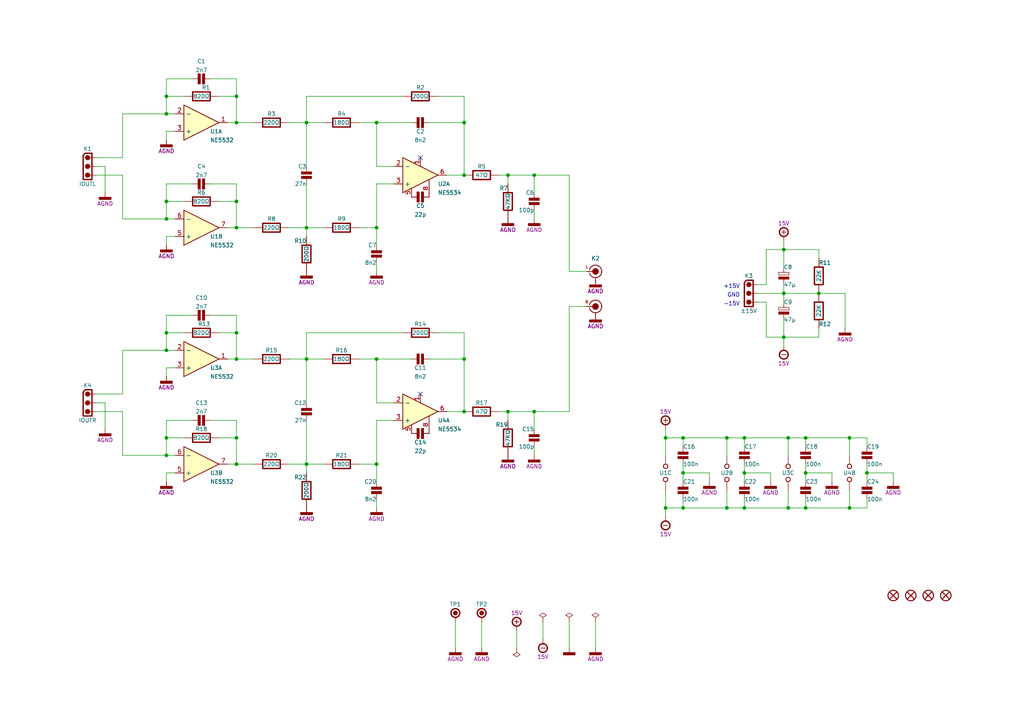
<source format=kicad_sch>
(kicad_sch (version 20211123) (generator eeschema)
  (paper "A4")
  (title_block (title "I/V Stage") (date "01/2023") (rev "A") (comment 1 "DAC PCM1794"))
  (junction (at 198.12 137.16))
  (junction (at 246.38 127))
  (junction (at 109.22 35.56))
  (junction (at 48.26 33.02))
  (junction (at 68.58 58.42))
  (junction (at 193.04 147.32))
  (junction (at 88.9 134.62))
  (junction (at 147.32 50.8))
  (junction (at 233.68 137.16))
  (junction (at 198.12 127))
  (junction (at 109.22 134.62))
  (junction (at 68.58 35.56))
  (junction (at 68.58 127))
  (junction (at 134.62 119.38))
  (junction (at 134.62 35.56))
  (junction (at 215.9 137.16))
  (junction (at 48.26 127))
  (junction (at 246.38 147.32))
  (junction (at 154.94 119.38))
  (junction (at 193.04 127))
  (junction (at 68.58 66.04))
  (junction (at 68.58 134.62))
  (junction (at 88.9 35.56))
  (junction (at 68.58 96.52))
  (junction (at 227.33 97.79))
  (junction (at 210.82 147.32))
  (junction (at 48.26 96.52))
  (junction (at 233.68 127))
  (junction (at 210.82 127))
  (junction (at 227.33 85.09))
  (junction (at 228.6 147.32))
  (junction (at 68.58 27.94))
  (junction (at 48.26 132.08))
  (junction (at 198.12 147.32))
  (junction (at 88.9 66.04))
  (junction (at 48.26 63.5))
  (junction (at 215.9 127))
  (junction (at 228.6 127))
  (junction (at 134.62 104.14))
  (junction (at 251.46 137.16))
  (junction (at 109.22 104.14))
  (junction (at 233.68 147.32))
  (junction (at 134.62 50.8))
  (junction (at 237.49 85.09))
  (junction (at 88.9 104.14))
  (junction (at 154.94 50.8))
  (junction (at 109.22 66.04))
  (junction (at 48.26 101.6))
  (junction (at 227.33 72.39))
  (junction (at 147.32 119.38))
  (junction (at 48.26 58.42))
  (junction (at 68.58 104.14))
  (junction (at 48.26 27.94))
  (junction (at 215.9 147.32))
  (no_connect (at 121.92 45.72))
  (no_connect (at 121.92 114.3))
  (wire (pts (xy 222.25 72.39) (xy 222.25 82.55)))
  (wire (pts (xy 88.9 104.14) (xy 93.98 104.14)))
  (wire (pts (xy 104.14 134.62) (xy 109.22 134.62)))
  (wire (pts (xy 210.82 127) (xy 215.9 127)))
  (wire (pts (xy 53.34 96.52) (xy 48.26 96.52)))
  (wire (pts (xy 109.22 104.14) (xy 109.22 116.84)))
  (wire (pts (xy 222.25 72.39) (xy 227.33 72.39)))
  (wire (pts (xy 88.9 96.52) (xy 88.9 104.14)))
  (wire (pts (xy 53.34 27.94) (xy 48.26 27.94)))
  (wire (pts (xy 66.04 104.14) (xy 68.58 104.14)))
  (wire (pts (xy 127 96.52) (xy 134.62 96.52)))
  (wire (pts (xy 35.56 33.02) (xy 35.56 45.72)))
  (wire (pts (xy 246.38 147.32) (xy 233.68 147.32)))
  (wire (pts (xy 88.9 35.56) (xy 88.9 48.26)))
  (wire (pts (xy 109.22 35.56) (xy 119.38 35.56)))
  (wire (pts (xy 157.48 180.34) (xy 157.48 185.42)))
  (wire (pts (xy 109.22 48.26) (xy 114.3 48.26)))
  (wire (pts (xy 233.68 147.32) (xy 228.6 147.32)))
  (wire (pts (xy 63.5 127) (xy 68.58 127)))
  (wire (pts (xy 109.22 116.84) (xy 114.3 116.84)))
  (wire (pts (xy 48.26 137.16) (xy 48.26 139.7)))
  (wire (pts (xy 227.33 72.39) (xy 227.33 77.47)))
  (wire (pts (xy 134.62 119.38) (xy 134.62 104.14)))
  (wire (pts (xy 165.1 88.9) (xy 165.1 119.38)))
  (wire (pts (xy 55.88 22.86) (xy 48.26 22.86)))
  (wire (pts (xy 154.94 124.46) (xy 154.94 119.38)))
  (wire (pts (xy 198.12 127) (xy 193.04 127)))
  (wire (pts (xy 48.26 96.52) (xy 48.26 101.6)))
  (wire (pts (xy 144.78 119.38) (xy 147.32 119.38)))
  (wire (pts (xy 165.1 50.8) (xy 165.1 78.74)))
  (wire (pts (xy 228.6 147.32) (xy 215.9 147.32)))
  (wire (pts (xy 109.22 35.56) (xy 109.22 48.26)))
  (wire (pts (xy 154.94 55.88) (xy 154.94 50.8)))
  (wire (pts (xy 227.33 85.09) (xy 237.49 85.09)))
  (wire (pts (xy 88.9 53.34) (xy 88.9 66.04)))
  (wire (pts (xy 68.58 27.94) (xy 68.58 35.56)))
  (wire (pts (xy 88.9 27.94) (xy 88.9 35.56)))
  (wire (pts (xy 68.58 58.42) (xy 68.58 66.04)))
  (wire (pts (xy 233.68 134.62) (xy 233.68 137.16)))
  (wire (pts (xy 88.9 134.62) (xy 88.9 137.16)))
  (wire (pts (xy 223.52 139.7) (xy 223.52 137.16)))
  (wire (pts (xy 109.22 134.62) (xy 109.22 139.7)))
  (wire (pts (xy 48.26 22.86) (xy 48.26 27.94)))
  (wire (pts (xy 50.8 132.08) (xy 48.26 132.08)))
  (wire (pts (xy 147.32 119.38) (xy 147.32 121.92)))
  (wire (pts (xy 165.1 50.8) (xy 154.94 50.8)))
  (wire (pts (xy 50.8 63.5) (xy 48.26 63.5)))
  (wire (pts (xy 68.58 66.04) (xy 73.66 66.04)))
  (wire (pts (xy 48.26 58.42) (xy 53.34 58.42)))
  (wire (pts (xy 251.46 144.78) (xy 251.46 147.32)))
  (wire (pts (xy 48.26 121.92) (xy 48.26 127)))
  (wire (pts (xy 35.56 63.5) (xy 35.56 50.8)))
  (wire (pts (xy 246.38 127) (xy 251.46 127)))
  (wire (pts (xy 251.46 137.16) (xy 251.46 139.7)))
  (wire (pts (xy 219.71 82.55) (xy 222.25 82.55)))
  (wire (pts (xy 60.96 121.92) (xy 68.58 121.92)))
  (wire (pts (xy 83.82 66.04) (xy 88.9 66.04)))
  (wire (pts (xy 109.22 121.92) (xy 109.22 134.62)))
  (wire (pts (xy 210.82 127) (xy 210.82 132.08)))
  (wire (pts (xy 170.18 78.74) (xy 165.1 78.74)))
  (wire (pts (xy 193.04 149.86) (xy 193.04 147.32)))
  (wire (pts (xy 124.46 35.56) (xy 134.62 35.56)))
  (wire (pts (xy 215.9 129.54) (xy 215.9 127)))
  (wire (pts (xy 233.68 129.54) (xy 233.68 127)))
  (wire (pts (xy 251.46 134.62) (xy 251.46 137.16)))
  (wire (pts (xy 193.04 124.46) (xy 193.04 127)))
  (wire (pts (xy 134.62 96.52) (xy 134.62 104.14)))
  (wire (pts (xy 35.56 132.08) (xy 35.56 119.38)))
  (wire (pts (xy 227.33 69.85) (xy 227.33 72.39)))
  (wire (pts (xy 60.96 22.86) (xy 68.58 22.86)))
  (wire (pts (xy 215.9 137.16) (xy 215.9 139.7)))
  (wire (pts (xy 104.14 66.04) (xy 109.22 66.04)))
  (wire (pts (xy 104.14 104.14) (xy 109.22 104.14)))
  (wire (pts (xy 83.82 104.14) (xy 88.9 104.14)))
  (wire (pts (xy 227.33 87.63) (xy 227.33 85.09)))
  (wire (pts (xy 55.88 91.44) (xy 48.26 91.44)))
  (wire (pts (xy 83.82 35.56) (xy 88.9 35.56)))
  (wire (pts (xy 165.1 180.34) (xy 165.1 187.96)))
  (wire (pts (xy 63.5 58.42) (xy 68.58 58.42)))
  (wire (pts (xy 48.26 132.08) (xy 48.26 127)))
  (wire (pts (xy 48.26 53.34) (xy 48.26 58.42)))
  (wire (pts (xy 88.9 35.56) (xy 93.98 35.56)))
  (wire (pts (xy 68.58 53.34) (xy 68.58 58.42)))
  (wire (pts (xy 198.12 127) (xy 210.82 127)))
  (wire (pts (xy 193.04 127) (xy 193.04 132.08)))
  (wire (pts (xy 233.68 144.78) (xy 233.68 147.32)))
  (wire (pts (xy 227.33 97.79) (xy 237.49 97.79)))
  (wire (pts (xy 233.68 127) (xy 246.38 127)))
  (wire (pts (xy 147.32 50.8) (xy 147.32 53.34)))
  (wire (pts (xy 215.9 134.62) (xy 215.9 137.16)))
  (wire (pts (xy 48.26 33.02) (xy 50.8 33.02)))
  (wire (pts (xy 215.9 137.16) (xy 223.52 137.16)))
  (wire (pts (xy 154.94 119.38) (xy 165.1 119.38)))
  (wire (pts (xy 149.86 182.88) (xy 149.86 187.96)))
  (wire (pts (xy 35.56 33.02) (xy 48.26 33.02)))
  (wire (pts (xy 227.33 82.55) (xy 227.33 85.09)))
  (wire (pts (xy 55.88 121.92) (xy 48.26 121.92)))
  (wire (pts (xy 35.56 101.6) (xy 35.56 114.3)))
  (wire (pts (xy 50.8 106.68) (xy 48.26 106.68)))
  (wire (pts (xy 198.12 134.62) (xy 198.12 137.16)))
  (wire (pts (xy 227.33 92.71) (xy 227.33 97.79)))
  (wire (pts (xy 104.14 35.56) (xy 109.22 35.56)))
  (wire (pts (xy 50.8 68.58) (xy 48.26 68.58)))
  (wire (pts (xy 245.11 95.25) (xy 245.11 85.09)))
  (wire (pts (xy 205.74 139.7) (xy 205.74 137.16)))
  (wire (pts (xy 198.12 137.16) (xy 198.12 139.7)))
  (wire (pts (xy 109.22 78.74) (xy 109.22 76.2)))
  (wire (pts (xy 68.58 127) (xy 68.58 134.62)))
  (wire (pts (xy 48.26 27.94) (xy 48.26 33.02)))
  (wire (pts (xy 251.46 129.54) (xy 251.46 127)))
  (wire (pts (xy 68.58 91.44) (xy 68.58 96.52)))
  (wire (pts (xy 233.68 137.16) (xy 241.3 137.16)))
  (wire (pts (xy 219.71 87.63) (xy 222.25 87.63)))
  (wire (pts (xy 27.94 45.72) (xy 35.56 45.72)))
  (wire (pts (xy 210.82 142.24) (xy 210.82 147.32)))
  (wire (pts (xy 127 27.94) (xy 134.62 27.94)))
  (wire (pts (xy 55.88 53.34) (xy 48.26 53.34)))
  (wire (pts (xy 198.12 137.16) (xy 205.74 137.16)))
  (wire (pts (xy 114.3 53.34) (xy 109.22 53.34)))
  (wire (pts (xy 259.08 139.7) (xy 259.08 137.16)))
  (wire (pts (xy 63.5 96.52) (xy 68.58 96.52)))
  (wire (pts (xy 27.94 50.8) (xy 35.56 50.8)))
  (wire (pts (xy 219.71 85.09) (xy 227.33 85.09)))
  (wire (pts (xy 170.18 88.9) (xy 165.1 88.9)))
  (wire (pts (xy 35.56 101.6) (xy 48.26 101.6)))
  (wire (pts (xy 109.22 147.32) (xy 109.22 144.78)))
  (wire (pts (xy 134.62 50.8) (xy 134.62 35.56)))
  (wire (pts (xy 116.84 27.94) (xy 88.9 27.94)))
  (wire (pts (xy 215.9 144.78) (xy 215.9 147.32)))
  (wire (pts (xy 144.78 50.8) (xy 147.32 50.8)))
  (wire (pts (xy 35.56 132.08) (xy 48.26 132.08)))
  (wire (pts (xy 246.38 127) (xy 246.38 132.08)))
  (wire (pts (xy 66.04 66.04) (xy 68.58 66.04)))
  (wire (pts (xy 88.9 104.14) (xy 88.9 116.84)))
  (wire (pts (xy 116.84 96.52) (xy 88.9 96.52)))
  (wire (pts (xy 227.33 100.33) (xy 227.33 97.79)))
  (wire (pts (xy 147.32 119.38) (xy 154.94 119.38)))
  (wire (pts (xy 60.96 53.34) (xy 68.58 53.34)))
  (wire (pts (xy 129.54 119.38) (xy 134.62 119.38)))
  (wire (pts (xy 66.04 134.62) (xy 68.58 134.62)))
  (wire (pts (xy 68.58 121.92) (xy 68.58 127)))
  (wire (pts (xy 241.3 139.7) (xy 241.3 137.16)))
  (wire (pts (xy 124.46 104.14) (xy 134.62 104.14)))
  (wire (pts (xy 68.58 104.14) (xy 73.66 104.14)))
  (wire (pts (xy 193.04 147.32) (xy 198.12 147.32)))
  (wire (pts (xy 228.6 127) (xy 233.68 127)))
  (wire (pts (xy 88.9 134.62) (xy 93.98 134.62)))
  (wire (pts (xy 48.26 106.68) (xy 48.26 109.22)))
  (wire (pts (xy 147.32 50.8) (xy 154.94 50.8)))
  (wire (pts (xy 109.22 66.04) (xy 109.22 71.12)))
  (wire (pts (xy 88.9 66.04) (xy 88.9 68.58)))
  (wire (pts (xy 233.68 137.16) (xy 233.68 139.7)))
  (wire (pts (xy 60.96 91.44) (xy 68.58 91.44)))
  (wire (pts (xy 237.49 95.25) (xy 237.49 97.79)))
  (wire (pts (xy 154.94 63.5) (xy 154.94 60.96)))
  (wire (pts (xy 198.12 144.78) (xy 198.12 147.32)))
  (wire (pts (xy 228.6 142.24) (xy 228.6 147.32)))
  (wire (pts (xy 251.46 147.32) (xy 246.38 147.32)))
  (wire (pts (xy 48.26 127) (xy 53.34 127)))
  (wire (pts (xy 27.94 119.38) (xy 35.56 119.38)))
  (wire (pts (xy 251.46 137.16) (xy 259.08 137.16)))
  (wire (pts (xy 66.04 35.56) (xy 68.58 35.56)))
  (wire (pts (xy 154.94 132.08) (xy 154.94 129.54)))
  (wire (pts (xy 246.38 142.24) (xy 246.38 147.32)))
  (wire (pts (xy 129.54 50.8) (xy 134.62 50.8)))
  (wire (pts (xy 83.82 134.62) (xy 88.9 134.62)))
  (wire (pts (xy 27.94 48.26) (xy 30.48 48.26)))
  (wire (pts (xy 215.9 147.32) (xy 210.82 147.32)))
  (wire (pts (xy 227.33 72.39) (xy 237.49 72.39)))
  (wire (pts (xy 172.72 180.34) (xy 172.72 187.96)))
  (wire (pts (xy 48.26 68.58) (xy 48.26 71.12)))
  (wire (pts (xy 30.48 48.26) (xy 30.48 55.88)))
  (wire (pts (xy 50.8 137.16) (xy 48.26 137.16)))
  (wire (pts (xy 48.26 38.1) (xy 48.26 40.64)))
  (wire (pts (xy 35.56 114.3) (xy 27.94 114.3)))
  (wire (pts (xy 139.7 187.96) (xy 139.7 180.34)))
  (wire (pts (xy 48.26 91.44) (xy 48.26 96.52)))
  (wire (pts (xy 48.26 63.5) (xy 48.26 58.42)))
  (wire (pts (xy 237.49 74.93) (xy 237.49 72.39)))
  (wire (pts (xy 193.04 142.24) (xy 193.04 147.32)))
  (wire (pts (xy 63.5 27.94) (xy 68.58 27.94)))
  (wire (pts (xy 27.94 116.84) (xy 30.48 116.84)))
  (wire (pts (xy 132.08 187.96) (xy 132.08 180.34)))
  (wire (pts (xy 88.9 121.92) (xy 88.9 134.62)))
  (wire (pts (xy 215.9 127) (xy 228.6 127)))
  (wire (pts (xy 88.9 66.04) (xy 93.98 66.04)))
  (wire (pts (xy 210.82 147.32) (xy 198.12 147.32)))
  (wire (pts (xy 198.12 129.54) (xy 198.12 127)))
  (wire (pts (xy 109.22 104.14) (xy 119.38 104.14)))
  (wire (pts (xy 30.48 116.84) (xy 30.48 124.46)))
  (wire (pts (xy 50.8 38.1) (xy 48.26 38.1)))
  (wire (pts (xy 35.56 63.5) (xy 48.26 63.5)))
  (wire (pts (xy 68.58 96.52) (xy 68.58 104.14)))
  (wire (pts (xy 109.22 53.34) (xy 109.22 66.04)))
  (wire (pts (xy 237.49 85.09) (xy 245.11 85.09)))
  (wire (pts (xy 68.58 35.56) (xy 73.66 35.56)))
  (wire (pts (xy 114.3 121.92) (xy 109.22 121.92)))
  (wire (pts (xy 222.25 87.63) (xy 222.25 97.79)))
  (wire (pts (xy 134.62 27.94) (xy 134.62 35.56)))
  (wire (pts (xy 68.58 22.86) (xy 68.58 27.94)))
  (wire (pts (xy 222.25 97.79) (xy 227.33 97.79)))
  (wire (pts (xy 48.26 101.6) (xy 50.8 101.6)))
  (wire (pts (xy 68.58 134.62) (xy 73.66 134.62)))
  (wire (pts (xy 228.6 127) (xy 228.6 132.08)))
  (text "GND" (at 214.63 86.36 180) (effects (font (size 1.15 1.15)) (justify right bottom)))
  (text "-15V" (at 214.63 88.9 180) (effects (font (size 1.15 1.15)) (justify right bottom)))
  (text "+15V" (at 214.63 83.82 180) (effects (font (size 1.15 1.15)) (justify right bottom)))
  (symbol (lib_id "tronixio:KEMET-X7R-1206-1U-50V-20P") (at 198.12 132.08 0) (unit 1)
    (property "Reference" "C16" (at 198.12 129.54 0) (effects (font (size 1.15 1.15)) (justify left)))
    (property "Value" "100n" (at 198.12 134.62 0) (effects (font (size 1.15 1.15)) (justify left)))
    (property "Footprint" "tronixio:CAPACITOR-SMD-1206" (effects hide))
    (property "Datasheet" "https://content.kemet.com/datasheets/KEM_C1090_X7R_ESD.pdf" (effects hide))
    (property "Voltage" "50V" (effects hide))
    (property "Tolerance" "20%" (effects hide))
    (property "Mouser" "80-C1206C105M5R" (effects hide))
  )
  (symbol (lib_id "tronixio:KOASPEER-RT-1206-180R-1P") (at 99.06 134.62 90) (unit 1)
    (property "Reference" "R21" (at 99.06 132.08 90) (effects (font (size 1.15 1.15))))
    (property "Value" "180Ω" (at 99.06 134.62 90) (effects (font (size 1.15 1.15))))
    (property "Footprint" "tronixio:RESISTOR-SMD-1206" (effects hide))
    (property "Datasheet" "https://www.yageo.com/en/Product/Index/rchip/thin_film/rt" (effects hide))
    (property "Tolerance" "1%" (effects hide))
    (property "Mouser" "603-RT1206FRE13180RL" (effects hide))
  )
  (symbol (lib_id "tronixio:POWER-AGND") (at 132.08 187.96 0) (unit 1)
    (property "Reference" "#PWR028" (effects hide))
    (property "Value" "POWER-AGND" (effects hide))
    (property "Name" "AGND" (at 132.08 191.135 0) (effects (font (size 1.15 1.15))))
  )
  (symbol (lib_id "tronixio:KEMET-X7R-1206-1U-50V-20P") (at 215.9 142.24 0) (unit 1)
    (property "Reference" "C22" (at 215.9 139.7 0) (effects (font (size 1.15 1.15)) (justify left)))
    (property "Value" "100n" (at 215.9 144.78 0) (effects (font (size 1.15 1.15)) (justify left)))
    (property "Footprint" "tronixio:CAPACITOR-SMD-1206" (effects hide))
    (property "Datasheet" "https://content.kemet.com/datasheets/KEM_C1090_X7R_ESD.pdf" (effects hide))
    (property "Voltage" "50V" (effects hide))
    (property "Tolerance" "20%" (effects hide))
    (property "Mouser" "80-C1206C105M5R" (effects hide))
  )
  (symbol (lib_id "tronixio:POWER-+15V") (at 227.33 69.85 0) (unit 1)
    (property "Reference" "#PWR05" (effects hide))
    (property "Value" "POWER-+15V" (effects hide))
    (property "Name" "15V" (at 227.33 64.77 0) (effects (font (size 1.15 1.15))))
  )
  (symbol (lib_id "tronixio:WURTH-WCAP-ATG8-47U-35V") (at 227.33 80.01 0) (unit 1)
    (property "Reference" "C8" (at 227.33 77.47 0) (effects (font (size 1.15 1.15)) (justify left)))
    (property "Value" "47µ" (at 227.33 82.55 0) (effects (font (size 1.15 1.15)) (justify left)))
    (property "Footprint" "tronixio:CAPACITOR-ELECTROLYTIC-RADIAL-050-110-020-WURTH" (effects hide))
    (property "Datasheet" "https://www.we-online.com/catalog/datasheet/860010572005.pdf" (effects hide))
    (property "Name" "WURTH-WCAP-ATG8-47U-35V" (effects hide))
    (property "Tolerance" "20%" (effects hide))
    (property "Mouser" "710-860010572005" (effects hide))
    (property "Voltage" "35V" (effects hide))
  )
  (symbol (lib_id "tronixio:POWER-AGND") (at 223.52 139.7 0) (unit 1)
    (property "Reference" "#PWR020" (effects hide))
    (property "Value" "POWER-AGND" (effects hide))
    (property "Name" "AGND" (at 223.52 142.875 0) (effects (font (size 1.15 1.15))))
  )
  (symbol (lib_id "tronixio:RESISTOR-1206-1P") (at 139.7 119.38 90) (unit 1)
    (property "Reference" "R17" (at 139.7 116.84 90) (effects (font (size 1.15 1.15))))
    (property "Value" "47Ω" (at 139.7 119.38 90) (effects (font (size 1.15 1.15))))
    (property "Footprint" "tronixio:RESISTOR-SMD-1206" (effects hide))
    (property "Datasheet" "https://www.yageo.com/en/Product/Index/rchip/thin_film/rt" (effects hide))
    (property "Tolerance" "1%" (effects hide))
    (property "Mouser" "603-RT1206FRE1310KL" (effects hide))
  )
  (symbol (lib_id "tronixio:KOASPEER-RT-1206-220R-1P") (at 78.74 66.04 90) (unit 1)
    (property "Reference" "R8" (at 78.74 63.5 90) (effects (font (size 1.15 1.15))))
    (property "Value" "220Ω" (at 78.74 66.04 90) (effects (font (size 1.15 1.15))))
    (property "Footprint" "tronixio:RESISTOR-SMD-1206" (effects hide))
    (property "Datasheet" "https://www.yageo.com/en/Product/Index/rchip/thin_film/rt" (effects hide))
    (property "Tolerance" "1%" (effects hide))
    (property "Mouser" "603-RT1206FRE13220RL" (effects hide))
  )
  (symbol (lib_id "tronixio:CAPACITOR-1206-1P-COG") (at 121.92 104.14 90) (unit 1)
    (property "Reference" "C11" (at 121.92 106.68 90) (effects (font (size 1.15 1.15))))
    (property "Value" "8n2" (at 121.92 109.22 90) (effects (font (size 1.15 1.15))))
    (property "Footprint" "tronixio:CAPACITOR-SMD-1206" (effects hide))
    (property "Voltage" "xxV" (effects hide))
    (property "Tolerance" "1%" (effects hide))
  )
  (symbol (lib_id "tronixio:CAPACITOR-1206-5P-COG") (at 58.42 91.44 90) (unit 1)
    (property "Reference" "C10" (at 58.42 86.36 90) (effects (font (size 1.15 1.15))))
    (property "Value" "2n7" (at 58.42 88.9 90) (effects (font (size 1.15 1.15))))
    (property "Footprint" "tronixio:CAPACITOR-SMD-1206" (effects hide))
    (property "Voltage" "xxV" (effects hide))
    (property "Tolerance" "5%" (effects hide))
  )
  (symbol (lib_id "tronixio:KEMET-X7R-1206-1U-50V-20P") (at 233.68 142.24 0) (unit 1)
    (property "Reference" "C23" (at 233.68 139.7 0) (effects (font (size 1.15 1.15)) (justify left)))
    (property "Value" "100n" (at 233.68 144.78 0) (effects (font (size 1.15 1.15)) (justify left)))
    (property "Footprint" "tronixio:CAPACITOR-SMD-1206" (effects hide))
    (property "Datasheet" "https://content.kemet.com/datasheets/KEM_C1090_X7R_ESD.pdf" (effects hide))
    (property "Voltage" "50V" (effects hide))
    (property "Tolerance" "20%" (effects hide))
    (property "Mouser" "80-C1206C105M5R" (effects hide))
  )
  (symbol (lib_id "tronixio:POWER-AGND") (at 48.26 40.64 0) (unit 1)
    (property "Reference" "#PWR01" (effects hide))
    (property "Value" "POWER-AGND" (effects hide))
    (property "Name" "AGND" (at 48.26 43.815 0) (effects (font (size 1.15 1.15))))
  )
  (symbol (lib_id "tronixio:POWER-AGND") (at 88.9 78.74 0) (unit 1)
    (property "Reference" "#PWR07" (effects hide))
    (property "Value" "POWER-AGND" (effects hide))
    (property "Name" "AGND" (at 88.9 81.915 0) (effects (font (size 1.15 1.15))))
  )
  (symbol (lib_id "tronixio:CAPACITOR-1206-5P-COG") (at 88.9 119.38 180) (unit 1)
    (property "Reference" "C12" (at 88.9 116.84 0) (effects (font (size 1.15 1.15)) (justify left)))
    (property "Value" "27n" (at 88.9 121.92 0) (effects (font (size 1.15 1.15)) (justify left)))
    (property "Footprint" "tronixio:CAPACITOR-SMD-1206" (effects hide))
    (property "Voltage" "xxV" (effects hide))
    (property "Tolerance" "5%" (effects hide))
  )
  (symbol (lib_id "tronixio:KOASPEER-RT-1206-220R-1P") (at 78.74 134.62 90) (unit 1)
    (property "Reference" "R20" (at 78.74 132.08 90) (effects (font (size 1.15 1.15))))
    (property "Value" "220Ω" (at 78.74 134.62 90) (effects (font (size 1.15 1.15))))
    (property "Footprint" "tronixio:RESISTOR-SMD-1206" (effects hide))
    (property "Datasheet" "https://www.yageo.com/en/Product/Index/rchip/thin_film/rt" (effects hide))
    (property "Tolerance" "1%" (effects hide))
    (property "Mouser" "603-RT1206FRE13220RL" (effects hide))
  )
  (symbol (lib_id "tronixio:KEMET-X7R-1206-1U-50V-20P") (at 251.46 142.24 0) (unit 1)
    (property "Reference" "C24" (at 251.46 139.7 0) (effects (font (size 1.15 1.15)) (justify left)))
    (property "Value" "100n" (at 251.46 144.78 0) (effects (font (size 1.15 1.15)) (justify left)))
    (property "Footprint" "tronixio:CAPACITOR-SMD-1206" (effects hide))
    (property "Datasheet" "https://content.kemet.com/datasheets/KEM_C1090_X7R_ESD.pdf" (effects hide))
    (property "Voltage" "50V" (effects hide))
    (property "Tolerance" "20%" (effects hide))
    (property "Mouser" "80-C1206C105M5R" (effects hide))
  )
  (symbol (lib_id "tronixio:POWER-AGND") (at 48.26 109.22 0) (unit 1)
    (property "Reference" "#PWR013" (effects hide))
    (property "Value" "POWER-AGND" (effects hide))
    (property "Name" "AGND" (at 48.26 112.395 0) (effects (font (size 1.15 1.15))))
  )
  (symbol (lib_id "tronixio:KOASPEER-RT-1206-820R-1P") (at 58.42 127 90) (unit 1)
    (property "Reference" "R18" (at 58.42 124.46 90) (effects (font (size 1.15 1.15))))
    (property "Value" "820Ω" (at 58.42 127 90) (effects (font (size 1.15 1.15))))
    (property "Footprint" "tronixio:RESISTOR-SMD-1206" (effects hide))
    (property "Datasheet" "https://www.yageo.com/en/Product/Index/rchip/thin_film/rt" (effects hide))
    (property "Tolerance" "1%" (effects hide))
    (property "Mouser" "603-RT1206FRE13820RL" (effects hide))
  )
  (symbol (lib_id "tronixio:CAPACITOR-1206-1P-COG") (at 109.22 73.66 180) (unit 1)
    (property "Reference" "C7" (at 109.22 71.12 0) (effects (font (size 1.15 1.15)) (justify left)))
    (property "Value" "8n2" (at 109.22 76.2 0) (effects (font (size 1.15 1.15)) (justify left)))
    (property "Footprint" "tronixio:CAPACITOR-SMD-1206" (effects hide))
    (property "Voltage" "xxV" (effects hide))
    (property "Tolerance" "1%" (effects hide))
  )
  (symbol (lib_id "tronixio:KOASPEER-RK73B-1206-22K-5P") (at 237.49 90.17 0) (unit 1)
    (property "Reference" "R12" (at 237.49 93.98 0) (effects (font (size 1.15 1.15)) (justify left)))
    (property "Value" "22K" (at 237.49 90.17 90) (effects (font (size 1.15 1.15))))
    (property "Footprint" "tronixio:RESISTOR-SMD-1206" (effects hide))
    (property "Datasheet" "https://www.koaspeer.com/products/resistors/general-purpose/rk73b/" (effects hide))
    (property "Tolerance" "5%" (effects hide))
    (property "Mouser" "660-RK73B2BTTDD223J" (effects hide))
  )
  (symbol (lib_id "tronixio:TI-NE5532-DIP-08") (at 193.04 137.16 0) (mirror x) (unit 3)
    (property "Reference" "U1" (at 193.04 137.16 0) (effects (font (size 1.15 1.15))))
    (property "Value" "NE5532" (effects hide))
    (property "Footprint" "tronixio:DIP-08-W762" (effects hide))
    (property "Datasheet" "https://www.ti.com/product/NE5532" (effects hide))
    (property "Mouser" "595-NE5532P" (effects hide))
  )
  (symbol (lib_id "tronixio:TI-NE5532-DIP-08") (at 58.42 66.04 0) (mirror x) (unit 2)
    (property "Reference" "U1" (at 60.96 68.58 0) (effects (font (size 1.15 1.15)) (justify left)))
    (property "Value" "NE5532" (at 60.96 71.12 0) (effects (font (size 1.15 1.15)) (justify left)))
    (property "Footprint" "tronixio:DIP-08-W762" (effects hide))
    (property "Datasheet" "https://www.ti.com/product/NE5532" (effects hide))
    (property "Mouser" "595-NE5532P" (effects hide))
  )
  (symbol (lib_id "tronixio:CAPACITOR-1206-1P-COG") (at 121.92 35.56 90) (unit 1)
    (property "Reference" "C2" (at 121.92 38.1 90) (effects (font (size 1.15 1.15))))
    (property "Value" "8n2" (at 121.92 40.64 90) (effects (font (size 1.15 1.15))))
    (property "Footprint" "tronixio:CAPACITOR-SMD-1206" (effects hide))
    (property "Voltage" "xxV" (effects hide))
    (property "Tolerance" "1%" (effects hide))
  )
  (symbol (lib_id "tronixio:KOASPEER-RT-1206-200R-1P") (at 88.9 142.24 180) (unit 1)
    (property "Reference" "R22" (at 88.9 138.43 0) (effects (font (size 1.15 1.15)) (justify left)))
    (property "Value" "200Ω" (at 88.9 142.24 90) (effects (font (size 1.15 1.15))))
    (property "Footprint" "tronixio:RESISTOR-SMD-1206" (effects hide))
    (property "Datasheet" "https://www.yageo.com/en/Product/Index/rchip/thin_film/rt" (effects hide))
    (property "Tolerance" "1%" (effects hide))
    (property "Mouser" "603-RT1206FRE13200RL" (effects hide))
  )
  (symbol (lib_id "tronixio:CAPACITOR-1206-5P-COG") (at 58.42 22.86 90) (unit 1)
    (property "Reference" "C1" (at 58.42 17.78 90) (effects (font (size 1.15 1.15))))
    (property "Value" "2n7" (at 58.42 20.32 90) (effects (font (size 1.15 1.15))))
    (property "Footprint" "tronixio:CAPACITOR-SMD-1206" (effects hide))
    (property "Voltage" "xxV" (effects hide))
    (property "Tolerance" "5%" (effects hide))
  )
  (symbol (lib_id "tronixio:POWER--15V") (at 157.48 185.42 0) (unit 1)
    (property "Reference" "#PWR027" (effects hide))
    (property "Value" "POWER--15V" (effects hide))
    (property "Name" "15V" (at 157.48 190.5 0) (effects (font (size 1.15 1.15))))
  )
  (symbol (lib_id "tronixio:POWER-AGND") (at 172.72 81.28 0) (unit 1)
    (property "Reference" "#PWR09" (effects hide))
    (property "Value" "POWER-AGND" (effects hide))
    (property "Name" "AGND" (at 172.72 84.455 0) (effects (font (size 1.15 1.15))))
  )
  (symbol (lib_id "tronixio:KOASPEER-RT-1206-200R-1P") (at 121.92 27.94 90) (unit 1)
    (property "Reference" "R2" (at 121.92 25.4 90) (effects (font (size 1.15 1.15))))
    (property "Value" "200Ω" (at 121.92 27.94 90) (effects (font (size 1.15 1.15))))
    (property "Footprint" "tronixio:RESISTOR-SMD-1206" (effects hide))
    (property "Datasheet" "https://www.yageo.com/en/Product/Index/rchip/thin_film/rt" (effects hide))
    (property "Tolerance" "1%" (effects hide))
    (property "Mouser" "603-RT1206FRE13200RL" (effects hide))
  )
  (symbol (lib_id "tronixio:POWER-AGND") (at 30.48 55.88 0) (unit 1)
    (property "Reference" "#PWR02" (effects hide))
    (property "Value" "POWER-AGND" (effects hide))
    (property "Name" "AGND" (at 30.48 59.055 0) (effects (font (size 1.15 1.15))))
  )
  (symbol (lib_id "tronixio:POWER-AGND") (at 109.22 78.74 0) (unit 1)
    (property "Reference" "#PWR08" (effects hide))
    (property "Value" "POWER-AGND" (effects hide))
    (property "Name" "AGND" (at 109.22 81.915 0) (effects (font (size 1.15 1.15))))
  )
  (symbol (lib_id "tronixio:CAPACITOR-1206-1P-COG") (at 109.22 142.24 180) (unit 1)
    (property "Reference" "C20" (at 109.22 139.7 0) (effects (font (size 1.15 1.15)) (justify left)))
    (property "Value" "8n2" (at 109.22 144.78 0) (effects (font (size 1.15 1.15)) (justify left)))
    (property "Footprint" "tronixio:CAPACITOR-SMD-1206" (effects hide))
    (property "Voltage" "xxV" (effects hide))
    (property "Tolerance" "1%" (effects hide))
  )
  (symbol (lib_id "tronixio:POWER-AGND") (at 154.94 63.5 0) (unit 1)
    (property "Reference" "#PWR04" (effects hide))
    (property "Value" "POWER-AGND" (effects hide))
    (property "Name" "AGND" (at 154.94 66.675 0) (effects (font (size 1.15 1.15))))
  )
  (symbol (lib_id "tronixio:POWER-FLAG") (at 172.72 180.34 0) (unit 1)
    (property "Reference" "#FLG03" (effects hide))
    (property "Value" "POWER-FLAG" (effects hide))
  )
  (symbol (lib_id "tronixio:POWER-FLAG") (at 149.86 187.96 180) (unit 1)
    (property "Reference" "#FLG04" (effects hide))
    (property "Value" "POWER-FLAG" (effects hide))
  )
  (symbol (lib_id "tronixio:POWER-AGND") (at 88.9 147.32 0) (unit 1)
    (property "Reference" "#PWR023" (effects hide))
    (property "Value" "POWER-AGND" (effects hide))
    (property "Name" "AGND" (at 88.9 150.495 0) (effects (font (size 1.15 1.15))))
  )
  (symbol (lib_id "tronixio:POWER-GND") (at 165.1 187.96 0) (unit 1)
    (property "Reference" "#PWR030" (effects hide))
    (property "Value" "POWER-GND" (effects hide))
  )
  (symbol (lib_id "tronixio:POWER-FLAG") (at 165.1 180.34 0) (unit 1)
    (property "Reference" "#FLG02" (effects hide))
    (property "Value" "POWER-FLAG" (effects hide))
  )
  (symbol (lib_id "tronixio:MOUNTING-HOLE-3MM-MASK") (at 274.32 172.72 0) (unit 1)
    (property "Reference" "H4" (effects hide))
    (property "Value" "MOUNTING-HOLE-3MM-MASK" (effects hide))
    (property "Footprint" "tronixio:MOUNTING-HOLE-3MM-MASK" (effects hide))
  )
  (symbol (lib_id "tronixio:POWER-AGND") (at 109.22 147.32 0) (unit 1)
    (property "Reference" "#PWR024" (effects hide))
    (property "Value" "POWER-AGND" (effects hide))
    (property "Name" "AGND" (at 109.22 150.495 0) (effects (font (size 1.15 1.15))))
  )
  (symbol (lib_id "tronixio:RESISTOR-1206-1P") (at 139.7 50.8 90) (unit 1)
    (property "Reference" "R5" (at 139.7 48.26 90) (effects (font (size 1.15 1.15))))
    (property "Value" "47Ω" (at 139.7 50.8 90) (effects (font (size 1.15 1.15))))
    (property "Footprint" "tronixio:RESISTOR-SMD-1206" (effects hide))
    (property "Datasheet" "https://www.yageo.com/en/Product/Index/rchip/thin_film/rt" (effects hide))
    (property "Tolerance" "1%" (effects hide))
    (property "Mouser" "603-RT1206FRE1310KL" (effects hide))
  )
  (symbol (lib_id "tronixio:POWER-AGND") (at 30.48 124.46 0) (unit 1)
    (property "Reference" "#PWR014" (effects hide))
    (property "Value" "POWER-AGND" (effects hide))
    (property "Name" "AGND" (at 30.48 127.635 0) (effects (font (size 1.15 1.15))))
  )
  (symbol (lib_id "tronixio:POWER-AGND") (at 139.7 187.96 0) (unit 1)
    (property "Reference" "#PWR029" (effects hide))
    (property "Value" "POWER-AGND" (effects hide))
    (property "Name" "AGND" (at 139.7 191.135 0) (effects (font (size 1.15 1.15))))
  )
  (symbol (lib_id "tronixio:CAPACITOR-1206-1P-COG") (at 121.92 57.15 90) (unit 1)
    (property "Reference" "C5" (at 121.92 59.69 90) (effects (font (size 1.15 1.15))))
    (property "Value" "22p" (at 121.92 62.23 90) (effects (font (size 1.15 1.15))))
    (property "Footprint" "tronixio:CAPACITOR-SMD-1206" (effects hide))
    (property "Voltage" "xxV" (effects hide))
    (property "Tolerance" "1%" (effects hide))
  )
  (symbol (lib_id "tronixio:POWER-AGND") (at 48.26 71.12 0) (unit 1)
    (property "Reference" "#PWR06" (effects hide))
    (property "Value" "POWER-AGND" (effects hide))
    (property "Name" "AGND" (at 48.26 74.295 0) (effects (font (size 1.15 1.15))))
  )
  (symbol (lib_id "tronixio:KOASPEER-RT-1206-220R-1P") (at 78.74 104.14 90) (unit 1)
    (property "Reference" "R15" (at 78.74 101.6 90) (effects (font (size 1.15 1.15))))
    (property "Value" "220Ω" (at 78.74 104.14 90) (effects (font (size 1.15 1.15))))
    (property "Footprint" "tronixio:RESISTOR-SMD-1206" (effects hide))
    (property "Datasheet" "https://www.yageo.com/en/Product/Index/rchip/thin_film/rt" (effects hide))
    (property "Tolerance" "1%" (effects hide))
    (property "Mouser" "603-RT1206FRE13220RL" (effects hide))
  )
  (symbol (lib_id "tronixio:POWER-AGND") (at 245.11 95.25 0) (unit 1)
    (property "Reference" "#PWR011" (effects hide))
    (property "Value" "POWER-AGND" (effects hide))
    (property "Name" "AGND" (at 245.11 98.425 0) (effects (font (size 1.15 1.15))))
  )
  (symbol (lib_id "tronixio:POWER-AGND") (at 147.32 63.5 0) (unit 1)
    (property "Reference" "#PWR03" (effects hide))
    (property "Value" "POWER-AGND" (effects hide))
    (property "Name" "AGND" (at 147.32 66.675 0) (effects (font (size 1.15 1.15))))
  )
  (symbol (lib_id "tronixio:POWER-AGND") (at 205.74 139.7 0) (unit 1)
    (property "Reference" "#PWR019" (effects hide))
    (property "Value" "POWER-AGND" (effects hide))
    (property "Name" "AGND" (at 205.74 142.875 0) (effects (font (size 1.15 1.15))))
  )
  (symbol (lib_id "tronixio:CAPACITOR-1206-5P-COG") (at 154.94 58.42 180) (unit 1)
    (property "Reference" "C6" (at 154.94 55.88 0) (effects (font (size 1.15 1.15)) (justify left)))
    (property "Value" "100p" (at 154.94 60.96 0) (effects (font (size 1.15 1.15)) (justify left)))
    (property "Footprint" "tronixio:CAPACITOR-SMD-1206" (effects hide))
    (property "Voltage" "xxV" (effects hide))
    (property "Tolerance" "5%" (effects hide))
  )
  (symbol (lib_id "tronixio:KOASPEER-RT-1206-180R-1P") (at 99.06 104.14 90) (unit 1)
    (property "Reference" "R16" (at 99.06 101.6 90) (effects (font (size 1.15 1.15))))
    (property "Value" "180Ω" (at 99.06 104.14 90) (effects (font (size 1.15 1.15))))
    (property "Footprint" "tronixio:RESISTOR-SMD-1206" (effects hide))
    (property "Datasheet" "https://www.yageo.com/en/Product/Index/rchip/thin_film/rt" (effects hide))
    (property "Tolerance" "1%" (effects hide))
    (property "Mouser" "603-RT1206FRE13180RL" (effects hide))
  )
  (symbol (lib_id "tronixio:MOUNTING-HOLE-3MM-MASK") (at 259.08 172.72 0) (unit 1)
    (property "Reference" "H1" (effects hide))
    (property "Value" "MOUNTING-HOLE-3MM-MASK" (effects hide))
    (property "Footprint" "tronixio:MOUNTING-HOLE-3MM-MASK" (effects hide))
  )
  (symbol (lib_id "tronixio:KOASPEER-RT-1206-820R-1P") (at 58.42 96.52 90) (unit 1)
    (property "Reference" "R13" (at 60.96 93.98 90) (effects (font (size 1.15 1.15)) (justify left)))
    (property "Value" "820Ω" (at 58.42 96.52 90) (effects (font (size 1.15 1.15))))
    (property "Footprint" "tronixio:RESISTOR-SMD-1206" (effects hide))
    (property "Datasheet" "https://www.yageo.com/en/Product/Index/rchip/thin_film/rt" (effects hide))
    (property "Tolerance" "1%" (effects hide))
    (property "Mouser" "603-RT1206FRE13820RL" (effects hide))
  )
  (symbol (lib_id "tronixio:POWER-AGND") (at 259.08 139.7 0) (unit 1)
    (property "Reference" "#PWR022" (effects hide))
    (property "Value" "POWER-AGND" (effects hide))
    (property "Name" "AGND" (at 259.08 142.875 0) (effects (font (size 1.15 1.15))))
  )
  (symbol (lib_id "tronixio:POWER-AGND") (at 241.3 139.7 0) (unit 1)
    (property "Reference" "#PWR021" (effects hide))
    (property "Value" "POWER-AGND" (effects hide))
    (property "Name" "AGND" (at 241.3 142.875 0) (effects (font (size 1.15 1.15))))
  )
  (symbol (lib_id "tronixio:MOLEX-MIGHTY-SPOX-03-VERTICAL") (at 217.17 82.55 0) (mirror y) (unit 1)
    (property "Reference" "K3" (at 217.17 80.01 0) (effects (font (size 1.15 1.15))))
    (property "Value" "±15V" (at 217.17 90.17 0) (effects (font (size 1.15 1.15))))
    (property "Footprint" "tronixio:MOLEX-532580329" (effects hide))
    (property "Datasheet" "https://www.molex.com/pdm_docs/sd/532580329_sd.pdf" (effects hide))
    (property "Mouser" "538-53258-0329" (effects hide))
    (property "Name" "MOLEX-MIGHTY-SPOX-03-VERTICAL" (effects hide))
  )
  (symbol (lib_id "tronixio:WURTH-WCAP-ATG8-47U-35V") (at 227.33 90.17 0) (unit 1)
    (property "Reference" "C9" (at 227.33 87.63 0) (effects (font (size 1.15 1.15)) (justify left)))
    (property "Value" "47µ" (at 227.33 92.71 0) (effects (font (size 1.15 1.15)) (justify left)))
    (property "Footprint" "tronixio:CAPACITOR-ELECTROLYTIC-RADIAL-050-110-020-WURTH" (effects hide))
    (property "Datasheet" "https://www.we-online.com/catalog/datasheet/860010572005.pdf" (effects hide))
    (property "Name" "WURTH-WCAP-ATG8-47U-35V" (effects hide))
    (property "Tolerance" "20%" (effects hide))
    (property "Mouser" "710-860010572005" (effects hide))
    (property "Voltage" "35V" (effects hide))
  )
  (symbol (lib_id "tronixio:TI-NE5532-DIP-08") (at 58.42 134.62 0) (mirror x) (unit 2)
    (property "Reference" "U3" (at 60.96 137.16 0) (effects (font (size 1.15 1.15)) (justify left)))
    (property "Value" "NE5532" (at 60.96 139.7 0) (effects (font (size 1.15 1.15)) (justify left)))
    (property "Footprint" "tronixio:DIP-08-W762" (effects hide))
    (property "Datasheet" "https://www.ti.com/product/NE5532" (effects hide))
    (property "Mouser" "595-NE5532P" (effects hide))
  )
  (symbol (lib_id "tronixio:KOASPEER-RT-1206-200R-1P") (at 121.92 96.52 90) (unit 1)
    (property "Reference" "R14" (at 121.92 93.98 90) (effects (font (size 1.15 1.15))))
    (property "Value" "200Ω" (at 121.92 96.52 90) (effects (font (size 1.15 1.15))))
    (property "Footprint" "tronixio:RESISTOR-SMD-1206" (effects hide))
    (property "Datasheet" "https://www.yageo.com/en/Product/Index/rchip/thin_film/rt" (effects hide))
    (property "Tolerance" "1%" (effects hide))
    (property "Mouser" "603-RT1206FRE13200RL" (effects hide))
  )
  (symbol (lib_id "tronixio:POWER-+15V") (at 149.86 182.88 0) (unit 1)
    (property "Reference" "#PWR026" (effects hide))
    (property "Value" "POWER-+15V" (effects hide))
    (property "Name" "15V" (at 149.86 177.8 0) (effects (font (size 1.15 1.15))))
  )
  (symbol (lib_id "tronixio:KOASPEER-RT-1206-180R-1P") (at 99.06 35.56 90) (unit 1)
    (property "Reference" "R4" (at 99.06 33.02 90) (effects (font (size 1.15 1.15))))
    (property "Value" "180Ω" (at 99.06 35.56 90) (effects (font (size 1.15 1.15))))
    (property "Footprint" "tronixio:RESISTOR-SMD-1206" (effects hide))
    (property "Datasheet" "https://www.yageo.com/en/Product/Index/rchip/thin_film/rt" (effects hide))
    (property "Tolerance" "1%" (effects hide))
    (property "Mouser" "603-RT1206FRE13180RL" (effects hide))
  )
  (symbol (lib_id "tronixio:MOUNTING-HOLE-3MM-MASK") (at 264.16 172.72 0) (unit 1)
    (property "Reference" "H2" (effects hide))
    (property "Value" "MOUNTING-HOLE-3MM-MASK" (effects hide))
    (property "Footprint" "tronixio:MOUNTING-HOLE-3MM-MASK" (effects hide))
  )
  (symbol (lib_id "tronixio:KEYSTONE-5006") (at 139.7 180.34 0) (unit 1)
    (property "Reference" "TP2" (at 139.7 175.26 0) (effects (font (size 1.15 1.15))))
    (property "Value" "GND" (effects hide))
    (property "Footprint" "tronixio:KEYSTONE-5006" (effects hide))
    (property "Datasheet" "https://www.keyelco.com/product.cfm/product_id/1315" (effects hide))
    (property "Mouser" "534-5006" (effects hide))
  )
  (symbol (lib_id "tronixio:KOASPEER-RT-1206-200R-1P") (at 88.9 73.66 180) (unit 1)
    (property "Reference" "R10" (at 88.9 69.85 0) (effects (font (size 1.15 1.15)) (justify left)))
    (property "Value" "200Ω" (at 88.9 73.66 90) (effects (font (size 1.15 1.15))))
    (property "Footprint" "tronixio:RESISTOR-SMD-1206" (effects hide))
    (property "Datasheet" "https://www.yageo.com/en/Product/Index/rchip/thin_film/rt" (effects hide))
    (property "Tolerance" "1%" (effects hide))
    (property "Mouser" "603-RT1206FRE13200RL" (effects hide))
  )
  (symbol (lib_id "tronixio:KEMET-X7R-1206-1U-50V-20P") (at 198.12 142.24 0) (unit 1)
    (property "Reference" "C21" (at 198.12 139.7 0) (effects (font (size 1.15 1.15)) (justify left)))
    (property "Value" "100n" (at 198.12 144.78 0) (effects (font (size 1.15 1.15)) (justify left)))
    (property "Footprint" "tronixio:CAPACITOR-SMD-1206" (effects hide))
    (property "Datasheet" "https://content.kemet.com/datasheets/KEM_C1090_X7R_ESD.pdf" (effects hide))
    (property "Voltage" "50V" (effects hide))
    (property "Tolerance" "20%" (effects hide))
    (property "Mouser" "80-C1206C105M5R" (effects hide))
  )
  (symbol (lib_id "tronixio:SWITCHCRAFT-PJRAS2X1S01AUX") (at 172.72 78.74 0) (unit 1)
    (property "Reference" "K2" (at 172.72 74.93 0) (effects (font (size 1.15 1.15))))
    (property "Value" "SWITCHCRAFT-PJRAS2X1S01AUX" (effects hide))
    (property "Footprint" "tronixio:SWITCHCRAFT-PJRAS2X1S" (effects hide))
    (property "Datasheet" "https://www.switchcraft.com/2-horizontal-by-1-vertical-position-rca-pcb-mount-rca-jack-screw-mounting-hole-shielded-red-white-with-gold-ground-shell-plating/pjras2x1s01aux/" (effects hide))
    (property "Name" "SWITCHCRAFT-PJRAS2X1S01AUX" (effects hide))
    (property "Mouser" "502-PJRAS2X1S01AUX" (effects hide))
  )
  (symbol (lib_id "tronixio:KOASPEER-RT-1206-220R-1P") (at 78.74 35.56 90) (unit 1)
    (property "Reference" "R3" (at 78.74 33.02 90) (effects (font (size 1.15 1.15))))
    (property "Value" "220Ω" (at 78.74 35.56 90) (effects (font (size 1.15 1.15))))
    (property "Footprint" "tronixio:RESISTOR-SMD-1206" (effects hide))
    (property "Datasheet" "https://www.yageo.com/en/Product/Index/rchip/thin_film/rt" (effects hide))
    (property "Tolerance" "1%" (effects hide))
    (property "Mouser" "603-RT1206FRE13220RL" (effects hide))
  )
  (symbol (lib_id "tronixio:KOASPEER-RK73B-1206-22K-5P") (at 237.49 80.01 0) (unit 1)
    (property "Reference" "R11" (at 237.49 76.2 0) (effects (font (size 1.15 1.15)) (justify left)))
    (property "Value" "22K" (at 237.49 80.01 90) (effects (font (size 1.15 1.15))))
    (property "Footprint" "tronixio:RESISTOR-SMD-1206" (effects hide))
    (property "Datasheet" "https://www.koaspeer.com/products/resistors/general-purpose/rk73b/" (effects hide))
    (property "Tolerance" "5%" (effects hide))
    (property "Mouser" "660-RK73B2BTTDD223J" (effects hide))
  )
  (symbol (lib_id "tronixio:KEMET-X7R-1206-1U-50V-20P") (at 251.46 132.08 0) (unit 1)
    (property "Reference" "C19" (at 251.46 129.54 0) (effects (font (size 1.15 1.15)) (justify left)))
    (property "Value" "100n" (at 251.46 134.62 0) (effects (font (size 1.15 1.15)) (justify left)))
    (property "Footprint" "tronixio:CAPACITOR-SMD-1206" (effects hide))
    (property "Datasheet" "https://content.kemet.com/datasheets/KEM_C1090_X7R_ESD.pdf" (effects hide))
    (property "Voltage" "50V" (effects hide))
    (property "Tolerance" "20%" (effects hide))
    (property "Mouser" "80-C1206C105M5R" (effects hide))
  )
  (symbol (lib_id "tronixio:KOASPEER-RT-1206-47K-1P") (at 147.32 127 180) (unit 1)
    (property "Reference" "R19" (at 147.32 123.19 0) (effects (font (size 1.15 1.15)) (justify left)))
    (property "Value" "47KΩ" (at 147.32 127 90) (effects (font (size 1.15 1.15))))
    (property "Footprint" "tronixio:RESISTOR-SMD-1206" (effects hide))
    (property "Datasheet" "https://www.yageo.com/en/Product/Index/rchip/thin_film/rt" (effects hide))
    (property "Tolerance" "1%" (effects hide))
    (property "Mouser" "603-RT1206FRE1347KL" (effects hide))
  )
  (symbol (lib_id "tronixio:KOASPEER-RT-1206-820R-1P") (at 58.42 58.42 90) (unit 1)
    (property "Reference" "R6" (at 58.42 55.88 90) (effects (font (size 1.15 1.15))))
    (property "Value" "820Ω" (at 58.42 58.42 90) (effects (font (size 1.15 1.15))))
    (property "Footprint" "tronixio:RESISTOR-SMD-1206" (effects hide))
    (property "Datasheet" "https://www.yageo.com/en/Product/Index/rchip/thin_film/rt" (effects hide))
    (property "Tolerance" "1%" (effects hide))
    (property "Mouser" "603-RT1206FRE13820RL" (effects hide))
  )
  (symbol (lib_id "tronixio:POWER-AGND") (at 48.26 139.7 0) (unit 1)
    (property "Reference" "#PWR018" (effects hide))
    (property "Value" "POWER-AGND" (effects hide))
    (property "Name" "AGND" (at 48.26 142.875 0) (effects (font (size 1.15 1.15))))
  )
  (symbol (lib_id "tronixio:KOASPEER-RT-1206-180R-1P") (at 99.06 66.04 90) (unit 1)
    (property "Reference" "R9" (at 99.06 63.5 90) (effects (font (size 1.15 1.15))))
    (property "Value" "180Ω" (at 99.06 66.04 90) (effects (font (size 1.15 1.15))))
    (property "Footprint" "tronixio:RESISTOR-SMD-1206" (effects hide))
    (property "Datasheet" "https://www.yageo.com/en/Product/Index/rchip/thin_film/rt" (effects hide))
    (property "Tolerance" "1%" (effects hide))
    (property "Mouser" "603-RT1206FRE13180RL" (effects hide))
  )
  (symbol (lib_id "tronixio:TI-NE5532-DIP-08") (at 228.6 137.16 0) (mirror x) (unit 3)
    (property "Reference" "U3" (at 228.6 137.16 0) (effects (font (size 1.15 1.15))))
    (property "Value" "NE5532" (effects hide))
    (property "Footprint" "tronixio:DIP-08-W762" (effects hide))
    (property "Datasheet" "https://www.ti.com/product/NE5532" (effects hide))
    (property "Mouser" "595-NE5532P" (effects hide))
  )
  (symbol (lib_id "tronixio:KOASPEER-RT-1206-820R-1P") (at 58.42 27.94 90) (unit 1)
    (property "Reference" "R1" (at 60.96 25.4 90) (effects (font (size 1.15 1.15)) (justify left)))
    (property "Value" "820Ω" (at 58.42 27.94 90) (effects (font (size 1.15 1.15))))
    (property "Footprint" "tronixio:RESISTOR-SMD-1206" (effects hide))
    (property "Datasheet" "https://www.yageo.com/en/Product/Index/rchip/thin_film/rt" (effects hide))
    (property "Tolerance" "1%" (effects hide))
    (property "Mouser" "603-RT1206FRE13820RL" (effects hide))
  )
  (symbol (lib_id "tronixio:POWER--15V") (at 227.33 100.33 0) (unit 1)
    (property "Reference" "#PWR012" (effects hide))
    (property "Value" "POWER--15V" (effects hide))
    (property "Name" "15V" (at 227.33 105.41 0) (effects (font (size 1.15 1.15))))
  )
  (symbol (lib_id "tronixio:TI-NE5534-DIP-08") (at 121.92 119.38 0) (mirror x) (unit 1)
    (property "Reference" "U4" (at 127 121.92 0) (effects (font (size 1.15 1.15)) (justify left)))
    (property "Value" "NE5534" (at 127 124.46 0) (effects (font (size 1.15 1.15)) (justify left)))
    (property "Footprint" "tronixio:DIP-08-W762" (effects hide))
    (property "Datasheet" "https://www.ti.com/product/NE5534" (effects hide))
    (property "Name" "TI-NE5534-DIP-08" (effects hide))
    (property "Mouser" "595-NE5534AP" (effects hide))
  )
  (symbol (lib_id "tronixio:MOUNTING-HOLE-3MM-MASK") (at 269.24 172.72 0) (unit 1)
    (property "Reference" "H3" (effects hide))
    (property "Value" "MOUNTING-HOLE-3MM-MASK" (effects hide))
    (property "Footprint" "tronixio:MOUNTING-HOLE-3MM-MASK" (effects hide))
  )
  (symbol (lib_id "tronixio:KEMET-X7R-1206-1U-50V-20P") (at 215.9 132.08 0) (unit 1)
    (property "Reference" "C17" (at 215.9 129.54 0) (effects (font (size 1.15 1.15)) (justify left)))
    (property "Value" "100n" (at 215.9 134.62 0) (effects (font (size 1.15 1.15)) (justify left)))
    (property "Footprint" "tronixio:CAPACITOR-SMD-1206" (effects hide))
    (property "Datasheet" "https://content.kemet.com/datasheets/KEM_C1090_X7R_ESD.pdf" (effects hide))
    (property "Voltage" "50V" (effects hide))
    (property "Tolerance" "20%" (effects hide))
    (property "Mouser" "80-C1206C105M5R" (effects hide))
  )
  (symbol (lib_id "tronixio:CAPACITOR-1206-5P-COG") (at 88.9 50.8 180) (unit 1)
    (property "Reference" "C3" (at 88.9 48.26 0) (effects (font (size 1.15 1.15)) (justify left)))
    (property "Value" "27n" (at 88.9 53.34 0) (effects (font (size 1.15 1.15)) (justify left)))
    (property "Footprint" "tronixio:CAPACITOR-SMD-1206" (effects hide))
    (property "Voltage" "xxV" (effects hide))
    (property "Tolerance" "5%" (effects hide))
  )
  (symbol (lib_id "tronixio:CAPACITOR-1206-5P-COG") (at 58.42 121.92 90) (unit 1)
    (property "Reference" "C13" (at 58.42 116.84 90) (effects (font (size 1.15 1.15))))
    (property "Value" "2n7" (at 58.42 119.38 90) (effects (font (size 1.15 1.15))))
    (property "Footprint" "tronixio:CAPACITOR-SMD-1206" (effects hide))
    (property "Voltage" "xxV" (effects hide))
    (property "Tolerance" "5%" (effects hide))
  )
  (symbol (lib_id "tronixio:POWER-AGND") (at 154.94 132.08 0) (unit 1)
    (property "Reference" "#PWR017" (effects hide))
    (property "Value" "POWER-AGND" (effects hide))
    (property "Name" "AGND" (at 154.94 135.255 0) (effects (font (size 1.15 1.15))))
  )
  (symbol (lib_id "tronixio:CAPACITOR-1206-5P-COG") (at 154.94 127 180) (unit 1)
    (property "Reference" "C15" (at 154.94 124.46 0) (effects (font (size 1.15 1.15)) (justify left)))
    (property "Value" "100p" (at 154.94 129.54 0) (effects (font (size 1.15 1.15)) (justify left)))
    (property "Footprint" "tronixio:CAPACITOR-SMD-1206" (effects hide))
    (property "Voltage" "xxV" (effects hide))
    (property "Tolerance" "5%" (effects hide))
  )
  (symbol (lib_id "tronixio:CAPACITOR-1206-1P-COG") (at 121.92 125.73 90) (unit 1)
    (property "Reference" "C14" (at 121.92 128.27 90) (effects (font (size 1.15 1.15))))
    (property "Value" "22p" (at 121.92 130.81 90) (effects (font (size 1.15 1.15))))
    (property "Footprint" "tronixio:CAPACITOR-SMD-1206" (effects hide))
    (property "Voltage" "xxV" (effects hide))
    (property "Tolerance" "1%" (effects hide))
  )
  (symbol (lib_id "tronixio:TI-NE5532-DIP-08") (at 58.42 35.56 0) (mirror x) (unit 1)
    (property "Reference" "U1" (at 60.96 38.1 0) (effects (font (size 1.15 1.15)) (justify left)))
    (property "Value" "NE5532" (at 60.96 40.64 0) (effects (font (size 1.15 1.15)) (justify left)))
    (property "Footprint" "tronixio:DIP-08-W762" (effects hide))
    (property "Datasheet" "https://www.ti.com/product/NE5532" (effects hide))
    (property "Mouser" "595-NE5532P" (effects hide))
  )
  (symbol (lib_id "tronixio:POWER--15V") (at 193.04 149.86 0) (unit 1)
    (property "Reference" "#PWR025" (effects hide))
    (property "Value" "POWER--15V" (effects hide))
    (property "Name" "15V" (at 193.04 154.94 0) (effects (font (size 1.15 1.15))))
  )
  (symbol (lib_id "tronixio:TI-NE5532-DIP-08") (at 58.42 104.14 0) (mirror x) (unit 1)
    (property "Reference" "U3" (at 60.96 106.68 0) (effects (font (size 1.15 1.15)) (justify left)))
    (property "Value" "NE5532" (at 60.96 109.22 0) (effects (font (size 1.15 1.15)) (justify left)))
    (property "Footprint" "tronixio:DIP-08-W762" (effects hide))
    (property "Datasheet" "https://www.ti.com/product/NE5532" (effects hide))
    (property "Mouser" "595-NE5532P" (effects hide))
  )
  (symbol (lib_id "tronixio:POWER-AGND") (at 147.32 132.08 0) (unit 1)
    (property "Reference" "#PWR016" (effects hide))
    (property "Value" "POWER-AGND" (effects hide))
    (property "Name" "AGND" (at 147.32 135.255 0) (effects (font (size 1.15 1.15))))
  )
  (symbol (lib_id "tronixio:POWER-AGND") (at 172.72 91.44 0) (unit 1)
    (property "Reference" "#PWR010" (effects hide))
    (property "Value" "POWER-AGND" (effects hide))
    (property "Name" "AGND" (at 172.72 94.615 0) (effects (font (size 1.15 1.15))))
  )
  (symbol (lib_id "tronixio:POWER-+15V") (at 193.04 124.46 0) (unit 1)
    (property "Reference" "#PWR015" (effects hide))
    (property "Value" "POWER-+15V" (effects hide))
    (property "Name" "15V" (at 193.04 119.38 0) (effects (font (size 1.15 1.15))))
  )
  (symbol (lib_id "tronixio:TI-NE5534-DIP-08") (at 246.38 137.16 0) (unit 2)
    (property "Reference" "U4" (at 246.38 137.16 0) (effects (font (size 1.15 1.15))))
    (property "Value" "NE5534" (effects hide))
    (property "Footprint" "tronixio:DIP-08-W762" (effects hide))
    (property "Datasheet" "https://www.ti.com/product/NE5534" (effects hide))
    (property "Name" "TI-NE5534-DIP-08" (effects hide))
    (property "Mouser" "595-NE5534AP" (effects hide))
  )
  (symbol (lib_id "tronixio:TI-NE5534-DIP-08") (at 121.92 50.8 0) (mirror x) (unit 1)
    (property "Reference" "U2" (at 127 53.34 0) (effects (font (size 1.15 1.15)) (justify left)))
    (property "Value" "NE5534" (at 127 55.88 0) (effects (font (size 1.15 1.15)) (justify left)))
    (property "Footprint" "tronixio:DIP-08-W762" (effects hide))
    (property "Datasheet" "https://www.ti.com/product/NE5534" (effects hide))
    (property "Name" "TI-NE5534-DIP-08" (effects hide))
    (property "Mouser" "595-NE5534AP" (effects hide))
  )
  (symbol (lib_id "tronixio:MOLEX-MICRO-LATCH-03-VERTICAL") (at 25.4 114.3 0) (mirror y) (unit 1)
    (property "Reference" "K4" (at 25.4 111.76 0) (effects (font (size 1.15 1.15))))
    (property "Value" "IOUTR" (at 25.4 121.92 0) (effects (font (size 1.15 1.15))))
    (property "Footprint" "tronixio:MOLEX-532530370" (effects hide))
    (property "Datasheet" "https://www.molex.com/pdm_docs/sd/532530370_sd.pdf" (effects hide))
    (property "Mouser" "538-53253-0370" (effects hide))
    (property "Name" "MOLEX-MICRO-LATCH-03-VERTICAL" (effects hide))
  )
  (symbol (lib_id "tronixio:KOASPEER-RT-1206-47K-1P") (at 147.32 58.42 180) (unit 1)
    (property "Reference" "R7" (at 147.32 54.61 0) (effects (font (size 1.15 1.15)) (justify left)))
    (property "Value" "47KΩ" (at 147.32 58.42 90) (effects (font (size 1.15 1.15))))
    (property "Footprint" "tronixio:RESISTOR-SMD-1206" (effects hide))
    (property "Datasheet" "https://www.yageo.com/en/Product/Index/rchip/thin_film/rt" (effects hide))
    (property "Tolerance" "1%" (effects hide))
    (property "Mouser" "603-RT1206FRE1347KL" (effects hide))
  )
  (symbol (lib_id "tronixio:POWER-FLAG") (at 157.48 180.34 0) (unit 1)
    (property "Reference" "#FLG01" (effects hide))
    (property "Value" "POWER-FLAG" (effects hide))
  )
  (symbol (lib_id "tronixio:KEMET-X7R-1206-1U-50V-20P") (at 233.68 132.08 0) (unit 1)
    (property "Reference" "C18" (at 233.68 129.54 0) (effects (font (size 1.15 1.15)) (justify left)))
    (property "Value" "100n" (at 233.68 134.62 0) (effects (font (size 1.15 1.15)) (justify left)))
    (property "Footprint" "tronixio:CAPACITOR-SMD-1206" (effects hide))
    (property "Datasheet" "https://content.kemet.com/datasheets/KEM_C1090_X7R_ESD.pdf" (effects hide))
    (property "Voltage" "50V" (effects hide))
    (property "Tolerance" "20%" (effects hide))
    (property "Mouser" "80-C1206C105M5R" (effects hide))
  )
  (symbol (lib_id "tronixio:CAPACITOR-1206-5P-COG") (at 58.42 53.34 90) (unit 1)
    (property "Reference" "C4" (at 58.42 48.26 90) (effects (font (size 1.15 1.15))))
    (property "Value" "2n7" (at 58.42 50.8 90) (effects (font (size 1.15 1.15))))
    (property "Footprint" "tronixio:CAPACITOR-SMD-1206" (effects hide))
    (property "Voltage" "xxV" (effects hide))
    (property "Tolerance" "5%" (effects hide))
  )
  (symbol (lib_id "tronixio:TI-NE5534-DIP-08") (at 210.82 137.16 0) (unit 2)
    (property "Reference" "U2" (at 210.82 137.16 0) (effects (font (size 1.15 1.15))))
    (property "Value" "NE5534" (effects hide))
    (property "Footprint" "tronixio:DIP-08-W762" (effects hide))
    (property "Datasheet" "https://www.ti.com/product/NE5534" (effects hide))
    (property "Name" "TI-NE5534-DIP-08" (effects hide))
    (property "Mouser" "595-NE5534AP" (effects hide))
  )
  (symbol (lib_id "tronixio:POWER-AGND") (at 172.72 187.96 0) (unit 1)
    (property "Reference" "#PWR031" (effects hide))
    (property "Value" "POWER-AGND" (effects hide))
    (property "Name" "AGND" (at 172.72 191.135 0) (effects (font (size 1.15 1.15))))
  )
  (symbol (lib_id "tronixio:MOLEX-MICRO-LATCH-03-VERTICAL") (at 25.4 45.72 0) (mirror y) (unit 1)
    (property "Reference" "K1" (at 25.4 43.18 0) (effects (font (size 1.15 1.15))))
    (property "Value" "IOUTL" (at 25.4 53.34 0) (effects (font (size 1.15 1.15))))
    (property "Footprint" "tronixio:MOLEX-532530370" (effects hide))
    (property "Datasheet" "https://www.molex.com/pdm_docs/sd/532530370_sd.pdf" (effects hide))
    (property "Mouser" "538-53253-0370" (effects hide))
    (property "Name" "MOLEX-MICRO-LATCH-03-VERTICAL" (effects hide))
  )
  (symbol (lib_id "tronixio:KEYSTONE-5006") (at 132.08 180.34 0) (unit 1)
    (property "Reference" "TP1" (at 132.08 175.26 0) (effects (font (size 1.15 1.15))))
    (property "Value" "GND" (effects hide))
    (property "Footprint" "tronixio:KEYSTONE-5006" (effects hide))
    (property "Datasheet" "https://www.keyelco.com/product.cfm/product_id/1315" (effects hide))
    (property "Mouser" "534-5006" (effects hide))
  )
)
</source>
